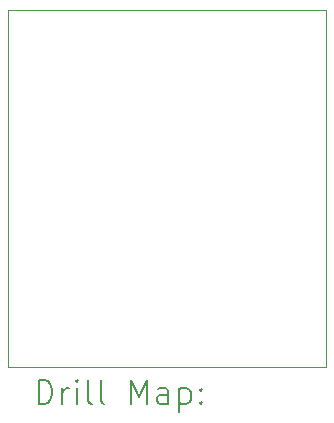
<source format=gbr>
%TF.GenerationSoftware,KiCad,Pcbnew,8.0.5*%
%TF.CreationDate,2025-03-01T15:20:46+00:00*%
%TF.ProjectId,PCB_1001,5043425f-3130-4303-912e-6b696361645f,rev?*%
%TF.SameCoordinates,Original*%
%TF.FileFunction,Drillmap*%
%TF.FilePolarity,Positive*%
%FSLAX45Y45*%
G04 Gerber Fmt 4.5, Leading zero omitted, Abs format (unit mm)*
G04 Created by KiCad (PCBNEW 8.0.5) date 2025-03-01 15:20:46*
%MOMM*%
%LPD*%
G01*
G04 APERTURE LIST*
%ADD10C,0.050000*%
%ADD11C,0.200000*%
G04 APERTURE END LIST*
D10*
X12852400Y-7289800D02*
X15544800Y-7289800D01*
X15544800Y-10312400D01*
X12852400Y-10312400D01*
X12852400Y-7289800D01*
D11*
X13110677Y-10626384D02*
X13110677Y-10426384D01*
X13110677Y-10426384D02*
X13158296Y-10426384D01*
X13158296Y-10426384D02*
X13186867Y-10435908D01*
X13186867Y-10435908D02*
X13205915Y-10454955D01*
X13205915Y-10454955D02*
X13215439Y-10474003D01*
X13215439Y-10474003D02*
X13224962Y-10512098D01*
X13224962Y-10512098D02*
X13224962Y-10540670D01*
X13224962Y-10540670D02*
X13215439Y-10578765D01*
X13215439Y-10578765D02*
X13205915Y-10597812D01*
X13205915Y-10597812D02*
X13186867Y-10616860D01*
X13186867Y-10616860D02*
X13158296Y-10626384D01*
X13158296Y-10626384D02*
X13110677Y-10626384D01*
X13310677Y-10626384D02*
X13310677Y-10493050D01*
X13310677Y-10531146D02*
X13320201Y-10512098D01*
X13320201Y-10512098D02*
X13329724Y-10502574D01*
X13329724Y-10502574D02*
X13348772Y-10493050D01*
X13348772Y-10493050D02*
X13367820Y-10493050D01*
X13434486Y-10626384D02*
X13434486Y-10493050D01*
X13434486Y-10426384D02*
X13424962Y-10435908D01*
X13424962Y-10435908D02*
X13434486Y-10445431D01*
X13434486Y-10445431D02*
X13444010Y-10435908D01*
X13444010Y-10435908D02*
X13434486Y-10426384D01*
X13434486Y-10426384D02*
X13434486Y-10445431D01*
X13558296Y-10626384D02*
X13539248Y-10616860D01*
X13539248Y-10616860D02*
X13529724Y-10597812D01*
X13529724Y-10597812D02*
X13529724Y-10426384D01*
X13663058Y-10626384D02*
X13644010Y-10616860D01*
X13644010Y-10616860D02*
X13634486Y-10597812D01*
X13634486Y-10597812D02*
X13634486Y-10426384D01*
X13891629Y-10626384D02*
X13891629Y-10426384D01*
X13891629Y-10426384D02*
X13958296Y-10569241D01*
X13958296Y-10569241D02*
X14024962Y-10426384D01*
X14024962Y-10426384D02*
X14024962Y-10626384D01*
X14205915Y-10626384D02*
X14205915Y-10521622D01*
X14205915Y-10521622D02*
X14196391Y-10502574D01*
X14196391Y-10502574D02*
X14177343Y-10493050D01*
X14177343Y-10493050D02*
X14139248Y-10493050D01*
X14139248Y-10493050D02*
X14120201Y-10502574D01*
X14205915Y-10616860D02*
X14186867Y-10626384D01*
X14186867Y-10626384D02*
X14139248Y-10626384D01*
X14139248Y-10626384D02*
X14120201Y-10616860D01*
X14120201Y-10616860D02*
X14110677Y-10597812D01*
X14110677Y-10597812D02*
X14110677Y-10578765D01*
X14110677Y-10578765D02*
X14120201Y-10559717D01*
X14120201Y-10559717D02*
X14139248Y-10550193D01*
X14139248Y-10550193D02*
X14186867Y-10550193D01*
X14186867Y-10550193D02*
X14205915Y-10540670D01*
X14301153Y-10493050D02*
X14301153Y-10693050D01*
X14301153Y-10502574D02*
X14320201Y-10493050D01*
X14320201Y-10493050D02*
X14358296Y-10493050D01*
X14358296Y-10493050D02*
X14377343Y-10502574D01*
X14377343Y-10502574D02*
X14386867Y-10512098D01*
X14386867Y-10512098D02*
X14396391Y-10531146D01*
X14396391Y-10531146D02*
X14396391Y-10588289D01*
X14396391Y-10588289D02*
X14386867Y-10607336D01*
X14386867Y-10607336D02*
X14377343Y-10616860D01*
X14377343Y-10616860D02*
X14358296Y-10626384D01*
X14358296Y-10626384D02*
X14320201Y-10626384D01*
X14320201Y-10626384D02*
X14301153Y-10616860D01*
X14482105Y-10607336D02*
X14491629Y-10616860D01*
X14491629Y-10616860D02*
X14482105Y-10626384D01*
X14482105Y-10626384D02*
X14472582Y-10616860D01*
X14472582Y-10616860D02*
X14482105Y-10607336D01*
X14482105Y-10607336D02*
X14482105Y-10626384D01*
X14482105Y-10502574D02*
X14491629Y-10512098D01*
X14491629Y-10512098D02*
X14482105Y-10521622D01*
X14482105Y-10521622D02*
X14472582Y-10512098D01*
X14472582Y-10512098D02*
X14482105Y-10502574D01*
X14482105Y-10502574D02*
X14482105Y-10521622D01*
M02*

</source>
